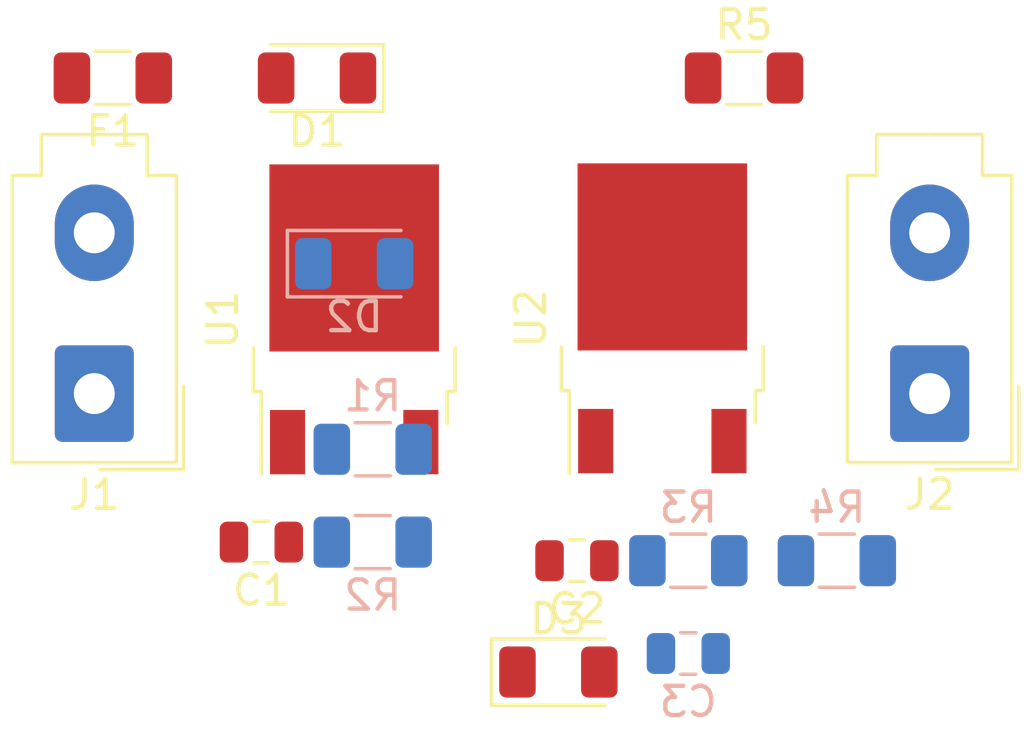
<source format=kicad_pcb>
(kicad_pcb (version 20171130) (host pcbnew "(5.1.2)-2")

  (general
    (thickness 1.6)
    (drawings 0)
    (tracks 0)
    (zones 0)
    (modules 16)
    (nets 10)
  )

  (page A4)
  (layers
    (0 F.Cu signal)
    (31 B.Cu signal)
    (32 B.Adhes user)
    (33 F.Adhes user)
    (34 B.Paste user)
    (35 F.Paste user)
    (36 B.SilkS user)
    (37 F.SilkS user)
    (38 B.Mask user)
    (39 F.Mask user)
    (40 Dwgs.User user)
    (41 Cmts.User user)
    (42 Eco1.User user)
    (43 Eco2.User user)
    (44 Edge.Cuts user)
    (45 Margin user)
    (46 B.CrtYd user)
    (47 F.CrtYd user)
    (48 B.Fab user)
    (49 F.Fab user)
  )

  (setup
    (last_trace_width 0.25)
    (trace_clearance 0.2)
    (zone_clearance 0.508)
    (zone_45_only no)
    (trace_min 0.2)
    (via_size 0.8)
    (via_drill 0.4)
    (via_min_size 0.4)
    (via_min_drill 0.3)
    (uvia_size 0.3)
    (uvia_drill 0.1)
    (uvias_allowed no)
    (uvia_min_size 0.2)
    (uvia_min_drill 0.1)
    (edge_width 0.05)
    (segment_width 0.2)
    (pcb_text_width 0.3)
    (pcb_text_size 1.5 1.5)
    (mod_edge_width 0.12)
    (mod_text_size 1 1)
    (mod_text_width 0.15)
    (pad_size 1.524 1.524)
    (pad_drill 0.762)
    (pad_to_mask_clearance 0.051)
    (solder_mask_min_width 0.25)
    (aux_axis_origin 0 0)
    (visible_elements FFFFFF7F)
    (pcbplotparams
      (layerselection 0x010fc_ffffffff)
      (usegerberextensions false)
      (usegerberattributes false)
      (usegerberadvancedattributes false)
      (creategerberjobfile false)
      (excludeedgelayer true)
      (linewidth 0.100000)
      (plotframeref false)
      (viasonmask false)
      (mode 1)
      (useauxorigin false)
      (hpglpennumber 1)
      (hpglpenspeed 20)
      (hpglpendiameter 15.000000)
      (psnegative false)
      (psa4output false)
      (plotreference true)
      (plotvalue true)
      (plotinvisibletext false)
      (padsonsilk false)
      (subtractmaskfromsilk false)
      (outputformat 1)
      (mirror false)
      (drillshape 1)
      (scaleselection 1)
      (outputdirectory ""))
  )

  (net 0 "")
  (net 1 "Net-(C1-Pad2)")
  (net 2 "Net-(C1-Pad1)")
  (net 3 "Net-(C2-Pad1)")
  (net 4 "Net-(C3-Pad1)")
  (net 5 "Net-(D1-Pad2)")
  (net 6 "Net-(F1-Pad2)")
  (net 7 "Net-(J2-Pad2)")
  (net 8 "Net-(R1-Pad1)")
  (net 9 "Net-(R3-Pad1)")

  (net_class Default "This is the default net class."
    (clearance 0.2)
    (trace_width 0.25)
    (via_dia 0.8)
    (via_drill 0.4)
    (uvia_dia 0.3)
    (uvia_drill 0.1)
    (add_net "Net-(C1-Pad1)")
    (add_net "Net-(C1-Pad2)")
    (add_net "Net-(C2-Pad1)")
    (add_net "Net-(C3-Pad1)")
    (add_net "Net-(D1-Pad2)")
    (add_net "Net-(F1-Pad2)")
    (add_net "Net-(J2-Pad2)")
    (add_net "Net-(R1-Pad1)")
    (add_net "Net-(R3-Pad1)")
  )

  (module Package_TO_SOT_SMD:TO-252-2 (layer F.Cu) (tedit 5A70A390) (tstamp 5D7A0B37)
    (at 119.76 67.275 90)
    (descr "TO-252 / DPAK SMD package, http://www.infineon.com/cms/en/product/packages/PG-TO252/PG-TO252-3-1/")
    (tags "DPAK TO-252 DPAK-3 TO-252-3 SOT-428")
    (path /5D700949)
    (attr smd)
    (fp_text reference U2 (at 0 -4.5 90) (layer F.SilkS)
      (effects (font (size 1 1) (thickness 0.15)))
    )
    (fp_text value LR8K4-G (at 0 4.5 90) (layer F.Fab)
      (effects (font (size 1 1) (thickness 0.15)))
    )
    (fp_text user %R (at 0 0 90) (layer F.Fab)
      (effects (font (size 1 1) (thickness 0.15)))
    )
    (fp_line (start 5.55 -3.5) (end -5.55 -3.5) (layer F.CrtYd) (width 0.05))
    (fp_line (start 5.55 3.5) (end 5.55 -3.5) (layer F.CrtYd) (width 0.05))
    (fp_line (start -5.55 3.5) (end 5.55 3.5) (layer F.CrtYd) (width 0.05))
    (fp_line (start -5.55 -3.5) (end -5.55 3.5) (layer F.CrtYd) (width 0.05))
    (fp_line (start -2.47 3.18) (end -3.57 3.18) (layer F.SilkS) (width 0.12))
    (fp_line (start -2.47 3.45) (end -2.47 3.18) (layer F.SilkS) (width 0.12))
    (fp_line (start -0.97 3.45) (end -2.47 3.45) (layer F.SilkS) (width 0.12))
    (fp_line (start -2.47 -3.18) (end -5.3 -3.18) (layer F.SilkS) (width 0.12))
    (fp_line (start -2.47 -3.45) (end -2.47 -3.18) (layer F.SilkS) (width 0.12))
    (fp_line (start -0.97 -3.45) (end -2.47 -3.45) (layer F.SilkS) (width 0.12))
    (fp_line (start -4.97 2.655) (end -2.27 2.655) (layer F.Fab) (width 0.1))
    (fp_line (start -4.97 1.905) (end -4.97 2.655) (layer F.Fab) (width 0.1))
    (fp_line (start -2.27 1.905) (end -4.97 1.905) (layer F.Fab) (width 0.1))
    (fp_line (start -4.97 -1.905) (end -2.27 -1.905) (layer F.Fab) (width 0.1))
    (fp_line (start -4.97 -2.655) (end -4.97 -1.905) (layer F.Fab) (width 0.1))
    (fp_line (start -1.865 -2.655) (end -4.97 -2.655) (layer F.Fab) (width 0.1))
    (fp_line (start -1.27 -3.25) (end 3.95 -3.25) (layer F.Fab) (width 0.1))
    (fp_line (start -2.27 -2.25) (end -1.27 -3.25) (layer F.Fab) (width 0.1))
    (fp_line (start -2.27 3.25) (end -2.27 -2.25) (layer F.Fab) (width 0.1))
    (fp_line (start 3.95 3.25) (end -2.27 3.25) (layer F.Fab) (width 0.1))
    (fp_line (start 3.95 -3.25) (end 3.95 3.25) (layer F.Fab) (width 0.1))
    (fp_line (start 4.95 2.7) (end 3.95 2.7) (layer F.Fab) (width 0.1))
    (fp_line (start 4.95 -2.7) (end 4.95 2.7) (layer F.Fab) (width 0.1))
    (fp_line (start 3.95 -2.7) (end 4.95 -2.7) (layer F.Fab) (width 0.1))
    (pad "" smd rect (at 0.425 1.525 90) (size 3.05 2.75) (layers F.Paste))
    (pad "" smd rect (at 3.775 -1.525 90) (size 3.05 2.75) (layers F.Paste))
    (pad "" smd rect (at 0.425 -1.525 90) (size 3.05 2.75) (layers F.Paste))
    (pad "" smd rect (at 3.775 1.525 90) (size 3.05 2.75) (layers F.Paste))
    (pad 2 smd rect (at 2.1 0 90) (size 6.4 5.8) (layers F.Cu F.Mask)
      (net 4 "Net-(C3-Pad1)"))
    (pad 3 smd rect (at -4.2 2.28 90) (size 2.2 1.2) (layers F.Cu F.Paste F.Mask)
      (net 9 "Net-(R3-Pad1)"))
    (pad 1 smd rect (at -4.2 -2.28 90) (size 2.2 1.2) (layers F.Cu F.Paste F.Mask)
      (net 3 "Net-(C2-Pad1)"))
    (model ${KISYS3DMOD}/Package_TO_SOT_SMD.3dshapes/TO-252-2.wrl
      (at (xyz 0 0 0))
      (scale (xyz 1 1 1))
      (rotate (xyz 0 0 0))
    )
  )

  (module Package_TO_SOT_SMD:TO-252-2 (layer F.Cu) (tedit 5A70A390) (tstamp 5D7A0B13)
    (at 109.22 67.31 90)
    (descr "TO-252 / DPAK SMD package, http://www.infineon.com/cms/en/product/packages/PG-TO252/PG-TO252-3-1/")
    (tags "DPAK TO-252 DPAK-3 TO-252-3 SOT-428")
    (path /5D6FB147)
    (attr smd)
    (fp_text reference U1 (at 0 -4.5 90) (layer F.SilkS)
      (effects (font (size 1 1) (thickness 0.15)))
    )
    (fp_text value LR8K4-G (at 0 4.5 90) (layer F.Fab)
      (effects (font (size 1 1) (thickness 0.15)))
    )
    (fp_text user %R (at 0 0 90) (layer F.Fab)
      (effects (font (size 1 1) (thickness 0.15)))
    )
    (fp_line (start 5.55 -3.5) (end -5.55 -3.5) (layer F.CrtYd) (width 0.05))
    (fp_line (start 5.55 3.5) (end 5.55 -3.5) (layer F.CrtYd) (width 0.05))
    (fp_line (start -5.55 3.5) (end 5.55 3.5) (layer F.CrtYd) (width 0.05))
    (fp_line (start -5.55 -3.5) (end -5.55 3.5) (layer F.CrtYd) (width 0.05))
    (fp_line (start -2.47 3.18) (end -3.57 3.18) (layer F.SilkS) (width 0.12))
    (fp_line (start -2.47 3.45) (end -2.47 3.18) (layer F.SilkS) (width 0.12))
    (fp_line (start -0.97 3.45) (end -2.47 3.45) (layer F.SilkS) (width 0.12))
    (fp_line (start -2.47 -3.18) (end -5.3 -3.18) (layer F.SilkS) (width 0.12))
    (fp_line (start -2.47 -3.45) (end -2.47 -3.18) (layer F.SilkS) (width 0.12))
    (fp_line (start -0.97 -3.45) (end -2.47 -3.45) (layer F.SilkS) (width 0.12))
    (fp_line (start -4.97 2.655) (end -2.27 2.655) (layer F.Fab) (width 0.1))
    (fp_line (start -4.97 1.905) (end -4.97 2.655) (layer F.Fab) (width 0.1))
    (fp_line (start -2.27 1.905) (end -4.97 1.905) (layer F.Fab) (width 0.1))
    (fp_line (start -4.97 -1.905) (end -2.27 -1.905) (layer F.Fab) (width 0.1))
    (fp_line (start -4.97 -2.655) (end -4.97 -1.905) (layer F.Fab) (width 0.1))
    (fp_line (start -1.865 -2.655) (end -4.97 -2.655) (layer F.Fab) (width 0.1))
    (fp_line (start -1.27 -3.25) (end 3.95 -3.25) (layer F.Fab) (width 0.1))
    (fp_line (start -2.27 -2.25) (end -1.27 -3.25) (layer F.Fab) (width 0.1))
    (fp_line (start -2.27 3.25) (end -2.27 -2.25) (layer F.Fab) (width 0.1))
    (fp_line (start 3.95 3.25) (end -2.27 3.25) (layer F.Fab) (width 0.1))
    (fp_line (start 3.95 -3.25) (end 3.95 3.25) (layer F.Fab) (width 0.1))
    (fp_line (start 4.95 2.7) (end 3.95 2.7) (layer F.Fab) (width 0.1))
    (fp_line (start 4.95 -2.7) (end 4.95 2.7) (layer F.Fab) (width 0.1))
    (fp_line (start 3.95 -2.7) (end 4.95 -2.7) (layer F.Fab) (width 0.1))
    (pad "" smd rect (at 0.425 1.525 90) (size 3.05 2.75) (layers F.Paste))
    (pad "" smd rect (at 3.775 -1.525 90) (size 3.05 2.75) (layers F.Paste))
    (pad "" smd rect (at 0.425 -1.525 90) (size 3.05 2.75) (layers F.Paste))
    (pad "" smd rect (at 3.775 1.525 90) (size 3.05 2.75) (layers F.Paste))
    (pad 2 smd rect (at 2.1 0 90) (size 6.4 5.8) (layers F.Cu F.Mask)
      (net 3 "Net-(C2-Pad1)"))
    (pad 3 smd rect (at -4.2 2.28 90) (size 2.2 1.2) (layers F.Cu F.Paste F.Mask)
      (net 8 "Net-(R1-Pad1)"))
    (pad 1 smd rect (at -4.2 -2.28 90) (size 2.2 1.2) (layers F.Cu F.Paste F.Mask)
      (net 2 "Net-(C1-Pad1)"))
    (model ${KISYS3DMOD}/Package_TO_SOT_SMD.3dshapes/TO-252-2.wrl
      (at (xyz 0 0 0))
      (scale (xyz 1 1 1))
      (rotate (xyz 0 0 0))
    )
  )

  (module Resistor_SMD:R_1206_3216Metric (layer F.Cu) (tedit 5B301BBD) (tstamp 5D7A0AEF)
    (at 122.555 59.055)
    (descr "Resistor SMD 1206 (3216 Metric), square (rectangular) end terminal, IPC_7351 nominal, (Body size source: http://www.tortai-tech.com/upload/download/2011102023233369053.pdf), generated with kicad-footprint-generator")
    (tags resistor)
    (path /5D713B07)
    (attr smd)
    (fp_text reference R5 (at 0 -1.82) (layer F.SilkS)
      (effects (font (size 1 1) (thickness 0.15)))
    )
    (fp_text value PROV (at 0 1.82) (layer F.Fab)
      (effects (font (size 1 1) (thickness 0.15)))
    )
    (fp_text user %R (at 0 0) (layer F.Fab)
      (effects (font (size 0.8 0.8) (thickness 0.12)))
    )
    (fp_line (start 2.28 1.12) (end -2.28 1.12) (layer F.CrtYd) (width 0.05))
    (fp_line (start 2.28 -1.12) (end 2.28 1.12) (layer F.CrtYd) (width 0.05))
    (fp_line (start -2.28 -1.12) (end 2.28 -1.12) (layer F.CrtYd) (width 0.05))
    (fp_line (start -2.28 1.12) (end -2.28 -1.12) (layer F.CrtYd) (width 0.05))
    (fp_line (start -0.602064 0.91) (end 0.602064 0.91) (layer F.SilkS) (width 0.12))
    (fp_line (start -0.602064 -0.91) (end 0.602064 -0.91) (layer F.SilkS) (width 0.12))
    (fp_line (start 1.6 0.8) (end -1.6 0.8) (layer F.Fab) (width 0.1))
    (fp_line (start 1.6 -0.8) (end 1.6 0.8) (layer F.Fab) (width 0.1))
    (fp_line (start -1.6 -0.8) (end 1.6 -0.8) (layer F.Fab) (width 0.1))
    (fp_line (start -1.6 0.8) (end -1.6 -0.8) (layer F.Fab) (width 0.1))
    (pad 2 smd roundrect (at 1.4 0) (size 1.25 1.75) (layers F.Cu F.Paste F.Mask) (roundrect_rratio 0.2)
      (net 7 "Net-(J2-Pad2)"))
    (pad 1 smd roundrect (at -1.4 0) (size 1.25 1.75) (layers F.Cu F.Paste F.Mask) (roundrect_rratio 0.2)
      (net 4 "Net-(C3-Pad1)"))
    (model ${KISYS3DMOD}/Resistor_SMD.3dshapes/R_1206_3216Metric.wrl
      (at (xyz 0 0 0))
      (scale (xyz 1 1 1))
      (rotate (xyz 0 0 0))
    )
  )

  (module Resistor_SMD:R_1206_3216Metric (layer B.Cu) (tedit 5B301BBD) (tstamp 5D7A0ADE)
    (at 125.73 75.565 180)
    (descr "Resistor SMD 1206 (3216 Metric), square (rectangular) end terminal, IPC_7351 nominal, (Body size source: http://www.tortai-tech.com/upload/download/2011102023233369053.pdf), generated with kicad-footprint-generator")
    (tags resistor)
    (path /5D700955)
    (attr smd)
    (fp_text reference R4 (at 0 1.82) (layer B.SilkS)
      (effects (font (size 1 1) (thickness 0.15)) (justify mirror))
    )
    (fp_text value 47k (at 0 -1.82) (layer B.Fab)
      (effects (font (size 1 1) (thickness 0.15)) (justify mirror))
    )
    (fp_text user %R (at 0 0) (layer B.Fab)
      (effects (font (size 0.8 0.8) (thickness 0.12)) (justify mirror))
    )
    (fp_line (start 2.28 -1.12) (end -2.28 -1.12) (layer B.CrtYd) (width 0.05))
    (fp_line (start 2.28 1.12) (end 2.28 -1.12) (layer B.CrtYd) (width 0.05))
    (fp_line (start -2.28 1.12) (end 2.28 1.12) (layer B.CrtYd) (width 0.05))
    (fp_line (start -2.28 -1.12) (end -2.28 1.12) (layer B.CrtYd) (width 0.05))
    (fp_line (start -0.602064 -0.91) (end 0.602064 -0.91) (layer B.SilkS) (width 0.12))
    (fp_line (start -0.602064 0.91) (end 0.602064 0.91) (layer B.SilkS) (width 0.12))
    (fp_line (start 1.6 -0.8) (end -1.6 -0.8) (layer B.Fab) (width 0.1))
    (fp_line (start 1.6 0.8) (end 1.6 -0.8) (layer B.Fab) (width 0.1))
    (fp_line (start -1.6 0.8) (end 1.6 0.8) (layer B.Fab) (width 0.1))
    (fp_line (start -1.6 -0.8) (end -1.6 0.8) (layer B.Fab) (width 0.1))
    (pad 2 smd roundrect (at 1.4 0 180) (size 1.25 1.75) (layers B.Cu B.Paste B.Mask) (roundrect_rratio 0.2)
      (net 9 "Net-(R3-Pad1)"))
    (pad 1 smd roundrect (at -1.4 0 180) (size 1.25 1.75) (layers B.Cu B.Paste B.Mask) (roundrect_rratio 0.2)
      (net 1 "Net-(C1-Pad2)"))
    (model ${KISYS3DMOD}/Resistor_SMD.3dshapes/R_1206_3216Metric.wrl
      (at (xyz 0 0 0))
      (scale (xyz 1 1 1))
      (rotate (xyz 0 0 0))
    )
  )

  (module Resistor_SMD:R_1206_3216Metric (layer B.Cu) (tedit 5B301BBD) (tstamp 5D7A0ACD)
    (at 120.65 75.565 180)
    (descr "Resistor SMD 1206 (3216 Metric), square (rectangular) end terminal, IPC_7351 nominal, (Body size source: http://www.tortai-tech.com/upload/download/2011102023233369053.pdf), generated with kicad-footprint-generator")
    (tags resistor)
    (path /5D70094F)
    (attr smd)
    (fp_text reference R3 (at 0 1.82) (layer B.SilkS)
      (effects (font (size 1 1) (thickness 0.15)) (justify mirror))
    )
    (fp_text value 6k04 (at 0 -1.82) (layer B.Fab)
      (effects (font (size 1 1) (thickness 0.15)) (justify mirror))
    )
    (fp_text user %R (at 0 0) (layer B.Fab)
      (effects (font (size 0.8 0.8) (thickness 0.12)) (justify mirror))
    )
    (fp_line (start 2.28 -1.12) (end -2.28 -1.12) (layer B.CrtYd) (width 0.05))
    (fp_line (start 2.28 1.12) (end 2.28 -1.12) (layer B.CrtYd) (width 0.05))
    (fp_line (start -2.28 1.12) (end 2.28 1.12) (layer B.CrtYd) (width 0.05))
    (fp_line (start -2.28 -1.12) (end -2.28 1.12) (layer B.CrtYd) (width 0.05))
    (fp_line (start -0.602064 -0.91) (end 0.602064 -0.91) (layer B.SilkS) (width 0.12))
    (fp_line (start -0.602064 0.91) (end 0.602064 0.91) (layer B.SilkS) (width 0.12))
    (fp_line (start 1.6 -0.8) (end -1.6 -0.8) (layer B.Fab) (width 0.1))
    (fp_line (start 1.6 0.8) (end 1.6 -0.8) (layer B.Fab) (width 0.1))
    (fp_line (start -1.6 0.8) (end 1.6 0.8) (layer B.Fab) (width 0.1))
    (fp_line (start -1.6 -0.8) (end -1.6 0.8) (layer B.Fab) (width 0.1))
    (pad 2 smd roundrect (at 1.4 0 180) (size 1.25 1.75) (layers B.Cu B.Paste B.Mask) (roundrect_rratio 0.2)
      (net 4 "Net-(C3-Pad1)"))
    (pad 1 smd roundrect (at -1.4 0 180) (size 1.25 1.75) (layers B.Cu B.Paste B.Mask) (roundrect_rratio 0.2)
      (net 9 "Net-(R3-Pad1)"))
    (model ${KISYS3DMOD}/Resistor_SMD.3dshapes/R_1206_3216Metric.wrl
      (at (xyz 0 0 0))
      (scale (xyz 1 1 1))
      (rotate (xyz 0 0 0))
    )
  )

  (module Resistor_SMD:R_1206_3216Metric (layer B.Cu) (tedit 5B301BBD) (tstamp 5D7A0ABC)
    (at 109.855 74.93)
    (descr "Resistor SMD 1206 (3216 Metric), square (rectangular) end terminal, IPC_7351 nominal, (Body size source: http://www.tortai-tech.com/upload/download/2011102023233369053.pdf), generated with kicad-footprint-generator")
    (tags resistor)
    (path /5D6FCA7D)
    (attr smd)
    (fp_text reference R2 (at 0 1.82) (layer B.SilkS)
      (effects (font (size 1 1) (thickness 0.15)) (justify mirror))
    )
    (fp_text value 202k (at 0 -1.82) (layer B.Fab)
      (effects (font (size 1 1) (thickness 0.15)) (justify mirror))
    )
    (fp_text user %R (at 0 0) (layer B.Fab)
      (effects (font (size 0.8 0.8) (thickness 0.12)) (justify mirror))
    )
    (fp_line (start 2.28 -1.12) (end -2.28 -1.12) (layer B.CrtYd) (width 0.05))
    (fp_line (start 2.28 1.12) (end 2.28 -1.12) (layer B.CrtYd) (width 0.05))
    (fp_line (start -2.28 1.12) (end 2.28 1.12) (layer B.CrtYd) (width 0.05))
    (fp_line (start -2.28 -1.12) (end -2.28 1.12) (layer B.CrtYd) (width 0.05))
    (fp_line (start -0.602064 -0.91) (end 0.602064 -0.91) (layer B.SilkS) (width 0.12))
    (fp_line (start -0.602064 0.91) (end 0.602064 0.91) (layer B.SilkS) (width 0.12))
    (fp_line (start 1.6 -0.8) (end -1.6 -0.8) (layer B.Fab) (width 0.1))
    (fp_line (start 1.6 0.8) (end 1.6 -0.8) (layer B.Fab) (width 0.1))
    (fp_line (start -1.6 0.8) (end 1.6 0.8) (layer B.Fab) (width 0.1))
    (fp_line (start -1.6 -0.8) (end -1.6 0.8) (layer B.Fab) (width 0.1))
    (pad 2 smd roundrect (at 1.4 0) (size 1.25 1.75) (layers B.Cu B.Paste B.Mask) (roundrect_rratio 0.2)
      (net 8 "Net-(R1-Pad1)"))
    (pad 1 smd roundrect (at -1.4 0) (size 1.25 1.75) (layers B.Cu B.Paste B.Mask) (roundrect_rratio 0.2)
      (net 1 "Net-(C1-Pad2)"))
    (model ${KISYS3DMOD}/Resistor_SMD.3dshapes/R_1206_3216Metric.wrl
      (at (xyz 0 0 0))
      (scale (xyz 1 1 1))
      (rotate (xyz 0 0 0))
    )
  )

  (module Resistor_SMD:R_1206_3216Metric (layer B.Cu) (tedit 5B301BBD) (tstamp 5D7A0AAB)
    (at 109.855 71.755 180)
    (descr "Resistor SMD 1206 (3216 Metric), square (rectangular) end terminal, IPC_7351 nominal, (Body size source: http://www.tortai-tech.com/upload/download/2011102023233369053.pdf), generated with kicad-footprint-generator")
    (tags resistor)
    (path /5D6FBEC4)
    (attr smd)
    (fp_text reference R1 (at 0 1.82) (layer B.SilkS)
      (effects (font (size 1 1) (thickness 0.15)) (justify mirror))
    )
    (fp_text value 6k04 (at 0 -1.82) (layer B.Fab)
      (effects (font (size 1 1) (thickness 0.15)) (justify mirror))
    )
    (fp_text user %R (at 0 0) (layer B.Fab)
      (effects (font (size 0.8 0.8) (thickness 0.12)) (justify mirror))
    )
    (fp_line (start 2.28 -1.12) (end -2.28 -1.12) (layer B.CrtYd) (width 0.05))
    (fp_line (start 2.28 1.12) (end 2.28 -1.12) (layer B.CrtYd) (width 0.05))
    (fp_line (start -2.28 1.12) (end 2.28 1.12) (layer B.CrtYd) (width 0.05))
    (fp_line (start -2.28 -1.12) (end -2.28 1.12) (layer B.CrtYd) (width 0.05))
    (fp_line (start -0.602064 -0.91) (end 0.602064 -0.91) (layer B.SilkS) (width 0.12))
    (fp_line (start -0.602064 0.91) (end 0.602064 0.91) (layer B.SilkS) (width 0.12))
    (fp_line (start 1.6 -0.8) (end -1.6 -0.8) (layer B.Fab) (width 0.1))
    (fp_line (start 1.6 0.8) (end 1.6 -0.8) (layer B.Fab) (width 0.1))
    (fp_line (start -1.6 0.8) (end 1.6 0.8) (layer B.Fab) (width 0.1))
    (fp_line (start -1.6 -0.8) (end -1.6 0.8) (layer B.Fab) (width 0.1))
    (pad 2 smd roundrect (at 1.4 0 180) (size 1.25 1.75) (layers B.Cu B.Paste B.Mask) (roundrect_rratio 0.2)
      (net 3 "Net-(C2-Pad1)"))
    (pad 1 smd roundrect (at -1.4 0 180) (size 1.25 1.75) (layers B.Cu B.Paste B.Mask) (roundrect_rratio 0.2)
      (net 8 "Net-(R1-Pad1)"))
    (model ${KISYS3DMOD}/Resistor_SMD.3dshapes/R_1206_3216Metric.wrl
      (at (xyz 0 0 0))
      (scale (xyz 1 1 1))
      (rotate (xyz 0 0 0))
    )
  )

  (module Connector_Molex:Molex_Mini-Fit_Jr_5566-02A_2x01_P4.20mm_Vertical (layer F.Cu) (tedit 5B781992) (tstamp 5D7A0A9A)
    (at 128.905 69.85 180)
    (descr "Molex Mini-Fit Jr. Power Connectors, old mpn/engineering number: 5566-02A, example for new mpn: 39-28-x02x, 1 Pins per row, Mounting:  (http://www.molex.com/pdm_docs/sd/039281043_sd.pdf), generated with kicad-footprint-generator")
    (tags "connector Molex Mini-Fit_Jr side entry")
    (path /5D704BAB)
    (fp_text reference J2 (at 0 -3.45) (layer F.SilkS)
      (effects (font (size 1 1) (thickness 0.15)))
    )
    (fp_text value AIL-OUT (at 0 9.95) (layer F.Fab)
      (effects (font (size 1 1) (thickness 0.15)))
    )
    (fp_text user %R (at 0 -1.55) (layer F.Fab)
      (effects (font (size 1 1) (thickness 0.15)))
    )
    (fp_line (start 3.2 -2.75) (end -3.2 -2.75) (layer F.CrtYd) (width 0.05))
    (fp_line (start 3.2 9.25) (end 3.2 -2.75) (layer F.CrtYd) (width 0.05))
    (fp_line (start -3.2 9.25) (end 3.2 9.25) (layer F.CrtYd) (width 0.05))
    (fp_line (start -3.2 -2.75) (end -3.2 9.25) (layer F.CrtYd) (width 0.05))
    (fp_line (start -3.05 -2.6) (end -3.05 0.25) (layer F.Fab) (width 0.1))
    (fp_line (start -0.2 -2.6) (end -3.05 -2.6) (layer F.Fab) (width 0.1))
    (fp_line (start -3.05 -2.6) (end -3.05 0.25) (layer F.SilkS) (width 0.12))
    (fp_line (start -0.2 -2.6) (end -3.05 -2.6) (layer F.SilkS) (width 0.12))
    (fp_line (start 1.81 8.86) (end 0 8.86) (layer F.SilkS) (width 0.12))
    (fp_line (start 1.81 7.46) (end 1.81 8.86) (layer F.SilkS) (width 0.12))
    (fp_line (start 2.81 7.46) (end 1.81 7.46) (layer F.SilkS) (width 0.12))
    (fp_line (start 2.81 -2.36) (end 2.81 7.46) (layer F.SilkS) (width 0.12))
    (fp_line (start 0 -2.36) (end 2.81 -2.36) (layer F.SilkS) (width 0.12))
    (fp_line (start -1.81 8.86) (end 0 8.86) (layer F.SilkS) (width 0.12))
    (fp_line (start -1.81 7.46) (end -1.81 8.86) (layer F.SilkS) (width 0.12))
    (fp_line (start -2.81 7.46) (end -1.81 7.46) (layer F.SilkS) (width 0.12))
    (fp_line (start -2.81 -2.36) (end -2.81 7.46) (layer F.SilkS) (width 0.12))
    (fp_line (start 0 -2.36) (end -2.81 -2.36) (layer F.SilkS) (width 0.12))
    (fp_line (start 1.65 6.5) (end -1.65 6.5) (layer F.Fab) (width 0.1))
    (fp_line (start 1.65 4.025) (end 1.65 6.5) (layer F.Fab) (width 0.1))
    (fp_line (start 0.825 3.2) (end 1.65 4.025) (layer F.Fab) (width 0.1))
    (fp_line (start -0.825 3.2) (end 0.825 3.2) (layer F.Fab) (width 0.1))
    (fp_line (start -1.65 4.025) (end -0.825 3.2) (layer F.Fab) (width 0.1))
    (fp_line (start -1.65 6.5) (end -1.65 4.025) (layer F.Fab) (width 0.1))
    (fp_line (start 1.65 -1) (end -1.65 -1) (layer F.Fab) (width 0.1))
    (fp_line (start 1.65 2.3) (end 1.65 -1) (layer F.Fab) (width 0.1))
    (fp_line (start -1.65 2.3) (end 1.65 2.3) (layer F.Fab) (width 0.1))
    (fp_line (start -1.65 -1) (end -1.65 2.3) (layer F.Fab) (width 0.1))
    (fp_line (start 1.7 8.75) (end 1.7 7.35) (layer F.Fab) (width 0.1))
    (fp_line (start -1.7 8.75) (end 1.7 8.75) (layer F.Fab) (width 0.1))
    (fp_line (start -1.7 7.35) (end -1.7 8.75) (layer F.Fab) (width 0.1))
    (fp_line (start 2.7 -2.25) (end -2.7 -2.25) (layer F.Fab) (width 0.1))
    (fp_line (start 2.7 7.35) (end 2.7 -2.25) (layer F.Fab) (width 0.1))
    (fp_line (start -2.7 7.35) (end 2.7 7.35) (layer F.Fab) (width 0.1))
    (fp_line (start -2.7 -2.25) (end -2.7 7.35) (layer F.Fab) (width 0.1))
    (pad 2 thru_hole oval (at 0 5.5 180) (size 2.7 3.3) (drill 1.4) (layers *.Cu *.Mask)
      (net 7 "Net-(J2-Pad2)"))
    (pad 1 thru_hole roundrect (at 0 0 180) (size 2.7 3.3) (drill 1.4) (layers *.Cu *.Mask) (roundrect_rratio 0.09259299999999999)
      (net 1 "Net-(C1-Pad2)"))
    (model ${KISYS3DMOD}/Connector_Molex.3dshapes/Molex_Mini-Fit_Jr_5566-02A_2x01_P4.20mm_Vertical.wrl
      (at (xyz 0 0 0))
      (scale (xyz 1 1 1))
      (rotate (xyz 0 0 0))
    )
  )

  (module Connector_Molex:Molex_Mini-Fit_Jr_5566-02A_2x01_P4.20mm_Vertical (layer F.Cu) (tedit 5B781992) (tstamp 5D7A0E06)
    (at 100.33 69.85 180)
    (descr "Molex Mini-Fit Jr. Power Connectors, old mpn/engineering number: 5566-02A, example for new mpn: 39-28-x02x, 1 Pins per row, Mounting:  (http://www.molex.com/pdm_docs/sd/039281043_sd.pdf), generated with kicad-footprint-generator")
    (tags "connector Molex Mini-Fit_Jr side entry")
    (path /5D703D5B)
    (fp_text reference J1 (at 0 -3.45) (layer F.SilkS)
      (effects (font (size 1 1) (thickness 0.15)))
    )
    (fp_text value HV-IN (at 0 9.95) (layer F.Fab)
      (effects (font (size 1 1) (thickness 0.15)))
    )
    (fp_text user %R (at 0 -1.55) (layer F.Fab)
      (effects (font (size 1 1) (thickness 0.15)))
    )
    (fp_line (start 3.2 -2.75) (end -3.2 -2.75) (layer F.CrtYd) (width 0.05))
    (fp_line (start 3.2 9.25) (end 3.2 -2.75) (layer F.CrtYd) (width 0.05))
    (fp_line (start -3.2 9.25) (end 3.2 9.25) (layer F.CrtYd) (width 0.05))
    (fp_line (start -3.2 -2.75) (end -3.2 9.25) (layer F.CrtYd) (width 0.05))
    (fp_line (start -3.05 -2.6) (end -3.05 0.25) (layer F.Fab) (width 0.1))
    (fp_line (start -0.2 -2.6) (end -3.05 -2.6) (layer F.Fab) (width 0.1))
    (fp_line (start -3.05 -2.6) (end -3.05 0.25) (layer F.SilkS) (width 0.12))
    (fp_line (start -0.2 -2.6) (end -3.05 -2.6) (layer F.SilkS) (width 0.12))
    (fp_line (start 1.81 8.86) (end 0 8.86) (layer F.SilkS) (width 0.12))
    (fp_line (start 1.81 7.46) (end 1.81 8.86) (layer F.SilkS) (width 0.12))
    (fp_line (start 2.81 7.46) (end 1.81 7.46) (layer F.SilkS) (width 0.12))
    (fp_line (start 2.81 -2.36) (end 2.81 7.46) (layer F.SilkS) (width 0.12))
    (fp_line (start 0 -2.36) (end 2.81 -2.36) (layer F.SilkS) (width 0.12))
    (fp_line (start -1.81 8.86) (end 0 8.86) (layer F.SilkS) (width 0.12))
    (fp_line (start -1.81 7.46) (end -1.81 8.86) (layer F.SilkS) (width 0.12))
    (fp_line (start -2.81 7.46) (end -1.81 7.46) (layer F.SilkS) (width 0.12))
    (fp_line (start -2.81 -2.36) (end -2.81 7.46) (layer F.SilkS) (width 0.12))
    (fp_line (start 0 -2.36) (end -2.81 -2.36) (layer F.SilkS) (width 0.12))
    (fp_line (start 1.65 6.5) (end -1.65 6.5) (layer F.Fab) (width 0.1))
    (fp_line (start 1.65 4.025) (end 1.65 6.5) (layer F.Fab) (width 0.1))
    (fp_line (start 0.825 3.2) (end 1.65 4.025) (layer F.Fab) (width 0.1))
    (fp_line (start -0.825 3.2) (end 0.825 3.2) (layer F.Fab) (width 0.1))
    (fp_line (start -1.65 4.025) (end -0.825 3.2) (layer F.Fab) (width 0.1))
    (fp_line (start -1.65 6.5) (end -1.65 4.025) (layer F.Fab) (width 0.1))
    (fp_line (start 1.65 -1) (end -1.65 -1) (layer F.Fab) (width 0.1))
    (fp_line (start 1.65 2.3) (end 1.65 -1) (layer F.Fab) (width 0.1))
    (fp_line (start -1.65 2.3) (end 1.65 2.3) (layer F.Fab) (width 0.1))
    (fp_line (start -1.65 -1) (end -1.65 2.3) (layer F.Fab) (width 0.1))
    (fp_line (start 1.7 8.75) (end 1.7 7.35) (layer F.Fab) (width 0.1))
    (fp_line (start -1.7 8.75) (end 1.7 8.75) (layer F.Fab) (width 0.1))
    (fp_line (start -1.7 7.35) (end -1.7 8.75) (layer F.Fab) (width 0.1))
    (fp_line (start 2.7 -2.25) (end -2.7 -2.25) (layer F.Fab) (width 0.1))
    (fp_line (start 2.7 7.35) (end 2.7 -2.25) (layer F.Fab) (width 0.1))
    (fp_line (start -2.7 7.35) (end 2.7 7.35) (layer F.Fab) (width 0.1))
    (fp_line (start -2.7 -2.25) (end -2.7 7.35) (layer F.Fab) (width 0.1))
    (pad 2 thru_hole oval (at 0 5.5 180) (size 2.7 3.3) (drill 1.4) (layers *.Cu *.Mask)
      (net 1 "Net-(C1-Pad2)"))
    (pad 1 thru_hole roundrect (at 0 0 180) (size 2.7 3.3) (drill 1.4) (layers *.Cu *.Mask) (roundrect_rratio 0.09259299999999999)
      (net 6 "Net-(F1-Pad2)"))
    (model ${KISYS3DMOD}/Connector_Molex.3dshapes/Molex_Mini-Fit_Jr_5566-02A_2x01_P4.20mm_Vertical.wrl
      (at (xyz 0 0 0))
      (scale (xyz 1 1 1))
      (rotate (xyz 0 0 0))
    )
  )

  (module Fuse:Fuse_1206_3216Metric (layer F.Cu) (tedit 5B301BBE) (tstamp 5D7A0F85)
    (at 100.965 59.055 180)
    (descr "Fuse SMD 1206 (3216 Metric), square (rectangular) end terminal, IPC_7351 nominal, (Body size source: http://www.tortai-tech.com/upload/download/2011102023233369053.pdf), generated with kicad-footprint-generator")
    (tags resistor)
    (path /5D6FE735)
    (attr smd)
    (fp_text reference F1 (at 0 -1.82) (layer F.SilkS)
      (effects (font (size 1 1) (thickness 0.15)))
    )
    (fp_text value Polyfuse (at 0 1.82) (layer F.Fab)
      (effects (font (size 1 1) (thickness 0.15)))
    )
    (fp_text user %R (at 0 0) (layer F.Fab)
      (effects (font (size 0.8 0.8) (thickness 0.12)))
    )
    (fp_line (start 2.28 1.12) (end -2.28 1.12) (layer F.CrtYd) (width 0.05))
    (fp_line (start 2.28 -1.12) (end 2.28 1.12) (layer F.CrtYd) (width 0.05))
    (fp_line (start -2.28 -1.12) (end 2.28 -1.12) (layer F.CrtYd) (width 0.05))
    (fp_line (start -2.28 1.12) (end -2.28 -1.12) (layer F.CrtYd) (width 0.05))
    (fp_line (start -0.602064 0.91) (end 0.602064 0.91) (layer F.SilkS) (width 0.12))
    (fp_line (start -0.602064 -0.91) (end 0.602064 -0.91) (layer F.SilkS) (width 0.12))
    (fp_line (start 1.6 0.8) (end -1.6 0.8) (layer F.Fab) (width 0.1))
    (fp_line (start 1.6 -0.8) (end 1.6 0.8) (layer F.Fab) (width 0.1))
    (fp_line (start -1.6 -0.8) (end 1.6 -0.8) (layer F.Fab) (width 0.1))
    (fp_line (start -1.6 0.8) (end -1.6 -0.8) (layer F.Fab) (width 0.1))
    (pad 2 smd roundrect (at 1.4 0 180) (size 1.25 1.75) (layers F.Cu F.Paste F.Mask) (roundrect_rratio 0.2)
      (net 6 "Net-(F1-Pad2)"))
    (pad 1 smd roundrect (at -1.4 0 180) (size 1.25 1.75) (layers F.Cu F.Paste F.Mask) (roundrect_rratio 0.2)
      (net 5 "Net-(D1-Pad2)"))
    (model ${KISYS3DMOD}/Fuse.3dshapes/Fuse_1206_3216Metric.wrl
      (at (xyz 0 0 0))
      (scale (xyz 1 1 1))
      (rotate (xyz 0 0 0))
    )
  )

  (module Diode_SMD:D_1206_3216Metric (layer F.Cu) (tedit 5B301BBE) (tstamp 5D7A0A35)
    (at 116.205 79.375)
    (descr "Diode SMD 1206 (3216 Metric), square (rectangular) end terminal, IPC_7351 nominal, (Body size source: http://www.tortai-tech.com/upload/download/2011102023233369053.pdf), generated with kicad-footprint-generator")
    (tags diode)
    (path /5D70F8E7)
    (attr smd)
    (fp_text reference D3 (at 0 -1.82) (layer F.SilkS)
      (effects (font (size 1 1) (thickness 0.15)))
    )
    (fp_text value D (at 0 1.82) (layer F.Fab)
      (effects (font (size 1 1) (thickness 0.15)))
    )
    (fp_text user %R (at 0 0) (layer F.Fab)
      (effects (font (size 0.8 0.8) (thickness 0.12)))
    )
    (fp_line (start 2.28 1.12) (end -2.28 1.12) (layer F.CrtYd) (width 0.05))
    (fp_line (start 2.28 -1.12) (end 2.28 1.12) (layer F.CrtYd) (width 0.05))
    (fp_line (start -2.28 -1.12) (end 2.28 -1.12) (layer F.CrtYd) (width 0.05))
    (fp_line (start -2.28 1.12) (end -2.28 -1.12) (layer F.CrtYd) (width 0.05))
    (fp_line (start -2.285 1.135) (end 1.6 1.135) (layer F.SilkS) (width 0.12))
    (fp_line (start -2.285 -1.135) (end -2.285 1.135) (layer F.SilkS) (width 0.12))
    (fp_line (start 1.6 -1.135) (end -2.285 -1.135) (layer F.SilkS) (width 0.12))
    (fp_line (start 1.6 0.8) (end 1.6 -0.8) (layer F.Fab) (width 0.1))
    (fp_line (start -1.6 0.8) (end 1.6 0.8) (layer F.Fab) (width 0.1))
    (fp_line (start -1.6 -0.4) (end -1.6 0.8) (layer F.Fab) (width 0.1))
    (fp_line (start -1.2 -0.8) (end -1.6 -0.4) (layer F.Fab) (width 0.1))
    (fp_line (start 1.6 -0.8) (end -1.2 -0.8) (layer F.Fab) (width 0.1))
    (pad 2 smd roundrect (at 1.4 0) (size 1.25 1.75) (layers F.Cu F.Paste F.Mask) (roundrect_rratio 0.2)
      (net 4 "Net-(C3-Pad1)"))
    (pad 1 smd roundrect (at -1.4 0) (size 1.25 1.75) (layers F.Cu F.Paste F.Mask) (roundrect_rratio 0.2)
      (net 3 "Net-(C2-Pad1)"))
    (model ${KISYS3DMOD}/Diode_SMD.3dshapes/D_1206_3216Metric.wrl
      (at (xyz 0 0 0))
      (scale (xyz 1 1 1))
      (rotate (xyz 0 0 0))
    )
  )

  (module Diode_SMD:D_1206_3216Metric (layer B.Cu) (tedit 5B301BBE) (tstamp 5D7A0A22)
    (at 109.22 65.405)
    (descr "Diode SMD 1206 (3216 Metric), square (rectangular) end terminal, IPC_7351 nominal, (Body size source: http://www.tortai-tech.com/upload/download/2011102023233369053.pdf), generated with kicad-footprint-generator")
    (tags diode)
    (path /5D70F355)
    (attr smd)
    (fp_text reference D2 (at 0 1.82) (layer B.SilkS)
      (effects (font (size 1 1) (thickness 0.15)) (justify mirror))
    )
    (fp_text value D (at 0 -1.82) (layer B.Fab)
      (effects (font (size 1 1) (thickness 0.15)) (justify mirror))
    )
    (fp_text user %R (at 0 0) (layer B.Fab)
      (effects (font (size 0.8 0.8) (thickness 0.12)) (justify mirror))
    )
    (fp_line (start 2.28 -1.12) (end -2.28 -1.12) (layer B.CrtYd) (width 0.05))
    (fp_line (start 2.28 1.12) (end 2.28 -1.12) (layer B.CrtYd) (width 0.05))
    (fp_line (start -2.28 1.12) (end 2.28 1.12) (layer B.CrtYd) (width 0.05))
    (fp_line (start -2.28 -1.12) (end -2.28 1.12) (layer B.CrtYd) (width 0.05))
    (fp_line (start -2.285 -1.135) (end 1.6 -1.135) (layer B.SilkS) (width 0.12))
    (fp_line (start -2.285 1.135) (end -2.285 -1.135) (layer B.SilkS) (width 0.12))
    (fp_line (start 1.6 1.135) (end -2.285 1.135) (layer B.SilkS) (width 0.12))
    (fp_line (start 1.6 -0.8) (end 1.6 0.8) (layer B.Fab) (width 0.1))
    (fp_line (start -1.6 -0.8) (end 1.6 -0.8) (layer B.Fab) (width 0.1))
    (fp_line (start -1.6 0.4) (end -1.6 -0.8) (layer B.Fab) (width 0.1))
    (fp_line (start -1.2 0.8) (end -1.6 0.4) (layer B.Fab) (width 0.1))
    (fp_line (start 1.6 0.8) (end -1.2 0.8) (layer B.Fab) (width 0.1))
    (pad 2 smd roundrect (at 1.4 0) (size 1.25 1.75) (layers B.Cu B.Paste B.Mask) (roundrect_rratio 0.2)
      (net 3 "Net-(C2-Pad1)"))
    (pad 1 smd roundrect (at -1.4 0) (size 1.25 1.75) (layers B.Cu B.Paste B.Mask) (roundrect_rratio 0.2)
      (net 2 "Net-(C1-Pad1)"))
    (model ${KISYS3DMOD}/Diode_SMD.3dshapes/D_1206_3216Metric.wrl
      (at (xyz 0 0 0))
      (scale (xyz 1 1 1))
      (rotate (xyz 0 0 0))
    )
  )

  (module Diode_SMD:D_1206_3216Metric (layer F.Cu) (tedit 5B301BBE) (tstamp 5D7A0A0F)
    (at 107.95 59.055 180)
    (descr "Diode SMD 1206 (3216 Metric), square (rectangular) end terminal, IPC_7351 nominal, (Body size source: http://www.tortai-tech.com/upload/download/2011102023233369053.pdf), generated with kicad-footprint-generator")
    (tags diode)
    (path /5D702C27)
    (attr smd)
    (fp_text reference D1 (at 0 -1.82) (layer F.SilkS)
      (effects (font (size 1 1) (thickness 0.15)))
    )
    (fp_text value D (at 0 1.82) (layer F.Fab)
      (effects (font (size 1 1) (thickness 0.15)))
    )
    (fp_text user %R (at 0 0) (layer F.Fab)
      (effects (font (size 0.8 0.8) (thickness 0.12)))
    )
    (fp_line (start 2.28 1.12) (end -2.28 1.12) (layer F.CrtYd) (width 0.05))
    (fp_line (start 2.28 -1.12) (end 2.28 1.12) (layer F.CrtYd) (width 0.05))
    (fp_line (start -2.28 -1.12) (end 2.28 -1.12) (layer F.CrtYd) (width 0.05))
    (fp_line (start -2.28 1.12) (end -2.28 -1.12) (layer F.CrtYd) (width 0.05))
    (fp_line (start -2.285 1.135) (end 1.6 1.135) (layer F.SilkS) (width 0.12))
    (fp_line (start -2.285 -1.135) (end -2.285 1.135) (layer F.SilkS) (width 0.12))
    (fp_line (start 1.6 -1.135) (end -2.285 -1.135) (layer F.SilkS) (width 0.12))
    (fp_line (start 1.6 0.8) (end 1.6 -0.8) (layer F.Fab) (width 0.1))
    (fp_line (start -1.6 0.8) (end 1.6 0.8) (layer F.Fab) (width 0.1))
    (fp_line (start -1.6 -0.4) (end -1.6 0.8) (layer F.Fab) (width 0.1))
    (fp_line (start -1.2 -0.8) (end -1.6 -0.4) (layer F.Fab) (width 0.1))
    (fp_line (start 1.6 -0.8) (end -1.2 -0.8) (layer F.Fab) (width 0.1))
    (pad 2 smd roundrect (at 1.4 0 180) (size 1.25 1.75) (layers F.Cu F.Paste F.Mask) (roundrect_rratio 0.2)
      (net 5 "Net-(D1-Pad2)"))
    (pad 1 smd roundrect (at -1.4 0 180) (size 1.25 1.75) (layers F.Cu F.Paste F.Mask) (roundrect_rratio 0.2)
      (net 2 "Net-(C1-Pad1)"))
    (model ${KISYS3DMOD}/Diode_SMD.3dshapes/D_1206_3216Metric.wrl
      (at (xyz 0 0 0))
      (scale (xyz 1 1 1))
      (rotate (xyz 0 0 0))
    )
  )

  (module Capacitor_SMD:C_0805_2012Metric (layer B.Cu) (tedit 5B36C52B) (tstamp 5D7A09FC)
    (at 120.65 78.74)
    (descr "Capacitor SMD 0805 (2012 Metric), square (rectangular) end terminal, IPC_7351 nominal, (Body size source: https://docs.google.com/spreadsheets/d/1BsfQQcO9C6DZCsRaXUlFlo91Tg2WpOkGARC1WS5S8t0/edit?usp=sharing), generated with kicad-footprint-generator")
    (tags capacitor)
    (path /5D70D852)
    (attr smd)
    (fp_text reference C3 (at 0 1.65) (layer B.SilkS)
      (effects (font (size 1 1) (thickness 0.15)) (justify mirror))
    )
    (fp_text value 1uF (at 0 -1.65) (layer B.Fab)
      (effects (font (size 1 1) (thickness 0.15)) (justify mirror))
    )
    (fp_text user %R (at 0 0) (layer B.Fab)
      (effects (font (size 0.5 0.5) (thickness 0.08)) (justify mirror))
    )
    (fp_line (start 1.68 -0.95) (end -1.68 -0.95) (layer B.CrtYd) (width 0.05))
    (fp_line (start 1.68 0.95) (end 1.68 -0.95) (layer B.CrtYd) (width 0.05))
    (fp_line (start -1.68 0.95) (end 1.68 0.95) (layer B.CrtYd) (width 0.05))
    (fp_line (start -1.68 -0.95) (end -1.68 0.95) (layer B.CrtYd) (width 0.05))
    (fp_line (start -0.258578 -0.71) (end 0.258578 -0.71) (layer B.SilkS) (width 0.12))
    (fp_line (start -0.258578 0.71) (end 0.258578 0.71) (layer B.SilkS) (width 0.12))
    (fp_line (start 1 -0.6) (end -1 -0.6) (layer B.Fab) (width 0.1))
    (fp_line (start 1 0.6) (end 1 -0.6) (layer B.Fab) (width 0.1))
    (fp_line (start -1 0.6) (end 1 0.6) (layer B.Fab) (width 0.1))
    (fp_line (start -1 -0.6) (end -1 0.6) (layer B.Fab) (width 0.1))
    (pad 2 smd roundrect (at 0.9375 0) (size 0.975 1.4) (layers B.Cu B.Paste B.Mask) (roundrect_rratio 0.25)
      (net 1 "Net-(C1-Pad2)"))
    (pad 1 smd roundrect (at -0.9375 0) (size 0.975 1.4) (layers B.Cu B.Paste B.Mask) (roundrect_rratio 0.25)
      (net 4 "Net-(C3-Pad1)"))
    (model ${KISYS3DMOD}/Capacitor_SMD.3dshapes/C_0805_2012Metric.wrl
      (at (xyz 0 0 0))
      (scale (xyz 1 1 1))
      (rotate (xyz 0 0 0))
    )
  )

  (module Capacitor_SMD:C_0805_2012Metric (layer F.Cu) (tedit 5B36C52B) (tstamp 5D7A1364)
    (at 116.84 75.565 180)
    (descr "Capacitor SMD 0805 (2012 Metric), square (rectangular) end terminal, IPC_7351 nominal, (Body size source: https://docs.google.com/spreadsheets/d/1BsfQQcO9C6DZCsRaXUlFlo91Tg2WpOkGARC1WS5S8t0/edit?usp=sharing), generated with kicad-footprint-generator")
    (tags capacitor)
    (path /5D701FDA)
    (attr smd)
    (fp_text reference C2 (at 0 -1.65) (layer F.SilkS)
      (effects (font (size 1 1) (thickness 0.15)))
    )
    (fp_text value 1uF (at 0 1.65) (layer F.Fab)
      (effects (font (size 1 1) (thickness 0.15)))
    )
    (fp_text user %R (at 0 0) (layer F.Fab)
      (effects (font (size 0.5 0.5) (thickness 0.08)))
    )
    (fp_line (start 1.68 0.95) (end -1.68 0.95) (layer F.CrtYd) (width 0.05))
    (fp_line (start 1.68 -0.95) (end 1.68 0.95) (layer F.CrtYd) (width 0.05))
    (fp_line (start -1.68 -0.95) (end 1.68 -0.95) (layer F.CrtYd) (width 0.05))
    (fp_line (start -1.68 0.95) (end -1.68 -0.95) (layer F.CrtYd) (width 0.05))
    (fp_line (start -0.258578 0.71) (end 0.258578 0.71) (layer F.SilkS) (width 0.12))
    (fp_line (start -0.258578 -0.71) (end 0.258578 -0.71) (layer F.SilkS) (width 0.12))
    (fp_line (start 1 0.6) (end -1 0.6) (layer F.Fab) (width 0.1))
    (fp_line (start 1 -0.6) (end 1 0.6) (layer F.Fab) (width 0.1))
    (fp_line (start -1 -0.6) (end 1 -0.6) (layer F.Fab) (width 0.1))
    (fp_line (start -1 0.6) (end -1 -0.6) (layer F.Fab) (width 0.1))
    (pad 2 smd roundrect (at 0.9375 0 180) (size 0.975 1.4) (layers F.Cu F.Paste F.Mask) (roundrect_rratio 0.25)
      (net 1 "Net-(C1-Pad2)"))
    (pad 1 smd roundrect (at -0.9375 0 180) (size 0.975 1.4) (layers F.Cu F.Paste F.Mask) (roundrect_rratio 0.25)
      (net 3 "Net-(C2-Pad1)"))
    (model ${KISYS3DMOD}/Capacitor_SMD.3dshapes/C_0805_2012Metric.wrl
      (at (xyz 0 0 0))
      (scale (xyz 1 1 1))
      (rotate (xyz 0 0 0))
    )
  )

  (module Capacitor_SMD:C_0805_2012Metric (layer F.Cu) (tedit 5B36C52B) (tstamp 5D7A09DA)
    (at 106.045 74.93 180)
    (descr "Capacitor SMD 0805 (2012 Metric), square (rectangular) end terminal, IPC_7351 nominal, (Body size source: https://docs.google.com/spreadsheets/d/1BsfQQcO9C6DZCsRaXUlFlo91Tg2WpOkGARC1WS5S8t0/edit?usp=sharing), generated with kicad-footprint-generator")
    (tags capacitor)
    (path /5D7014C7)
    (attr smd)
    (fp_text reference C1 (at 0 -1.65) (layer F.SilkS)
      (effects (font (size 1 1) (thickness 0.15)))
    )
    (fp_text value 10n (at 0 1.65) (layer F.Fab)
      (effects (font (size 1 1) (thickness 0.15)))
    )
    (fp_text user %R (at 0 0) (layer F.Fab)
      (effects (font (size 0.5 0.5) (thickness 0.08)))
    )
    (fp_line (start 1.68 0.95) (end -1.68 0.95) (layer F.CrtYd) (width 0.05))
    (fp_line (start 1.68 -0.95) (end 1.68 0.95) (layer F.CrtYd) (width 0.05))
    (fp_line (start -1.68 -0.95) (end 1.68 -0.95) (layer F.CrtYd) (width 0.05))
    (fp_line (start -1.68 0.95) (end -1.68 -0.95) (layer F.CrtYd) (width 0.05))
    (fp_line (start -0.258578 0.71) (end 0.258578 0.71) (layer F.SilkS) (width 0.12))
    (fp_line (start -0.258578 -0.71) (end 0.258578 -0.71) (layer F.SilkS) (width 0.12))
    (fp_line (start 1 0.6) (end -1 0.6) (layer F.Fab) (width 0.1))
    (fp_line (start 1 -0.6) (end 1 0.6) (layer F.Fab) (width 0.1))
    (fp_line (start -1 -0.6) (end 1 -0.6) (layer F.Fab) (width 0.1))
    (fp_line (start -1 0.6) (end -1 -0.6) (layer F.Fab) (width 0.1))
    (pad 2 smd roundrect (at 0.9375 0 180) (size 0.975 1.4) (layers F.Cu F.Paste F.Mask) (roundrect_rratio 0.25)
      (net 1 "Net-(C1-Pad2)"))
    (pad 1 smd roundrect (at -0.9375 0 180) (size 0.975 1.4) (layers F.Cu F.Paste F.Mask) (roundrect_rratio 0.25)
      (net 2 "Net-(C1-Pad1)"))
    (model ${KISYS3DMOD}/Capacitor_SMD.3dshapes/C_0805_2012Metric.wrl
      (at (xyz 0 0 0))
      (scale (xyz 1 1 1))
      (rotate (xyz 0 0 0))
    )
  )

)

</source>
